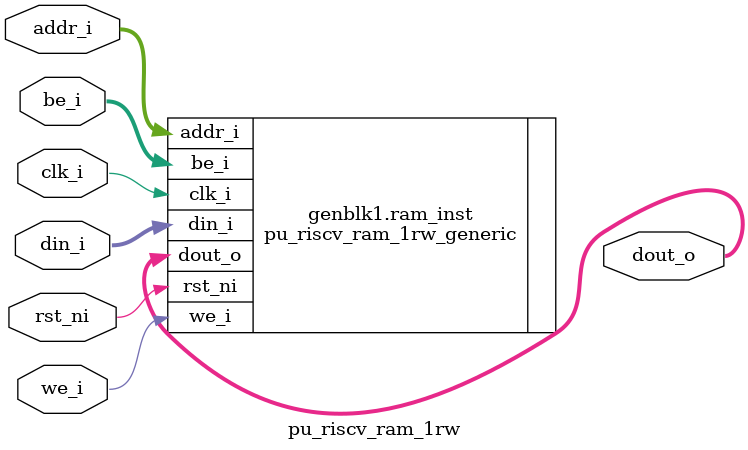
<source format=sv>

/* Copyright (c) 2017-2018 by the author(s)
 *
 * Permission is hereby granted, free of charge, to any person obtaining a copy
 * of this software and associated documentation files (the "Software"), to deal
 * in the Software without restriction, including without limitation the rights
 * to use, copy, modify, merge, publish, distribute, sublicense, and/or sell
 * copies of the Software, and to permit persons to whom the Software is
 * furnished to do so, subject to the following conditions:
 *
 * The above copyright notice and this permission notice shall be included in
 * all copies or substantial portions of the Software.
 *
 * THE SOFTWARE IS PROVIDED "AS IS", WITHOUT WARRANTY OF ANY KIND, EXPRESS OR
 * IMPLIED, INCLUDING BUT NOT LIMITED TO THE WARRANTIES OF MERCHANTABILITY,
 * FITNESS FOR A PARTICULAR PURPOSE AND NONINFRINGEMENT. IN NO EVENT SHALL THE
 * AUTHORS OR COPYRIGHT HOLDERS BE LIABLE FOR ANY CLAIM, DAMAGES OR OTHER
 * LIABILITY, WHETHER IN AN ACTION OF CONTRACT, TORT OR OTHERWISE, ARISING FROM,
 * OUT OF OR IN CONNECTION WITH THE SOFTWARE OR THE USE OR OTHER DEALINGS IN
 * THE SOFTWARE.
 *
 * =============================================================================
 * Author(s):
 *   Paco Reina Campo <pacoreinacampo@queenfield.tech>
 */

module pu_riscv_ram_1rw #(
  parameter ABITS      = 10,
  parameter DBITS      = 32,
  parameter TECHNOLOGY = "GENERIC"
) (
  input rst_ni,
  input clk_i,

  input  [ ABITS     -1:0] addr_i,
  input                    we_i,
  input  [(DBITS+7)/8-1:0] be_i,
  input  [ DBITS     -1:0] din_i,
  output [ DBITS     -1:0] dout_o
);

  //////////////////////////////////////////////////////////////////////////////
  //
  // Module Body
  //
  generate
    if (TECHNOLOGY == "N3X" || TECHNOLOGY == "n3x") begin
      // eASIC N3X
      pu_riscv_ram_1rw_easic_n3x #(
        .ABITS(ABITS),
        .DBITS(DBITS)
      ) ram_inst (
        .rst_ni(rst_ni),
        .clk_i (clk_i),

        .addr_i(addr_i),
        .we_i  (we_i),
        .be_i  (be_i),
        .din_i (din_i),
        .dout_o(dout_o)
      );
    end else begin
      // (TECHNOLOGY == "GENERIC")

      // GENERIC -- inferrable memory

      // initial begin
      //   $display ("INFO : No memory technology specified. Using generic inferred memory (%m)");
      // end

      pu_riscv_ram_1rw_generic #(
        .ABITS(ABITS),
        .DBITS(DBITS)
      ) ram_inst (
        .rst_ni(rst_ni),
        .clk_i (clk_i),

        .addr_i(addr_i),
        .we_i  (we_i),
        .be_i  (be_i),
        .din_i (din_i),
        .dout_o(dout_o)
      );
    end
  endgenerate
endmodule

</source>
